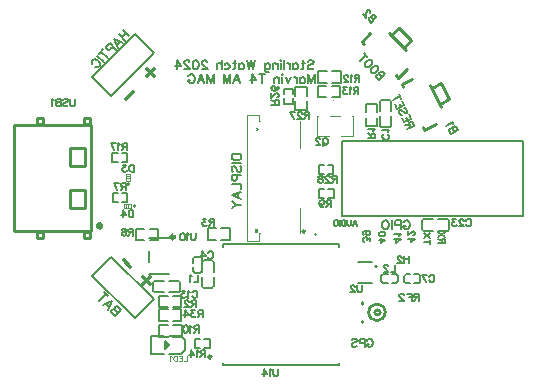
<source format=gbo>
G04 Layer: BottomSilkscreenLayer*
G04 Panelize: , Column: 1, Row: 1, Board Size: 43.14mm x 33.02mm, Panelized Board Size: 43.14mm x 33.02mm*
G04 EasyEDA v6.5.42, 2024-05-16 10:06:30*
G04 7028ff2cb4d24ddea7bcc12f254d0658,9a4ed40c0dd746429eaf55b84663d2fb,10*
G04 Gerber Generator version 0.2*
G04 Scale: 100 percent, Rotated: No, Reflected: No *
G04 Dimensions in millimeters *
G04 leading zeros omitted , absolute positions ,4 integer and 5 decimal *
%FSLAX45Y45*%
%MOMM*%

%ADD10C,0.1270*%
%ADD11C,0.1524*%
%ADD12C,0.3000*%
%ADD13C,0.1000*%
%ADD14C,0.1520*%
%ADD15C,0.0500*%
%ADD16C,0.2540*%
%ADD17C,0.1250*%
%ADD18C,0.0100*%
%ADD19C,0.1500*%
%ADD20C,0.2500*%
%ADD21C,0.0158*%

%LPD*%
D10*
X1209073Y-634337D02*
G01*
X1212253Y-627974D01*
X1218618Y-621609D01*
X1224981Y-618426D01*
X1237708Y-618426D01*
X1244071Y-621609D01*
X1250436Y-627974D01*
X1253616Y-634337D01*
X1256799Y-643882D01*
X1256799Y-659790D01*
X1253616Y-669335D01*
X1250436Y-675700D01*
X1244071Y-682063D01*
X1237708Y-685246D01*
X1224981Y-685246D01*
X1218618Y-682063D01*
X1212253Y-675700D01*
X1209073Y-669335D01*
X1209073Y-659790D01*
X1224981Y-659790D02*
G01*
X1209073Y-659790D01*
X1188072Y-618426D02*
G01*
X1188072Y-685246D01*
X1188072Y-618426D02*
G01*
X1159436Y-618426D01*
X1149891Y-621609D01*
X1146708Y-624791D01*
X1143528Y-631154D01*
X1143528Y-640699D01*
X1146708Y-647064D01*
X1149891Y-650245D01*
X1159436Y-653427D01*
X1188072Y-653427D01*
X1077981Y-627974D02*
G01*
X1084346Y-621609D01*
X1093891Y-618426D01*
X1106617Y-618426D01*
X1116162Y-621609D01*
X1122527Y-627974D01*
X1122527Y-634337D01*
X1119344Y-640699D01*
X1116162Y-643882D01*
X1109799Y-647064D01*
X1090709Y-653427D01*
X1084346Y-656610D01*
X1081163Y-659790D01*
X1077981Y-666155D01*
X1077981Y-675700D01*
X1084346Y-682063D01*
X1093891Y-685246D01*
X1106617Y-685246D01*
X1116162Y-682063D01*
X1122527Y-675700D01*
D11*
X1361099Y1620199D02*
G01*
X1313853Y1572953D01*
X1361099Y1620199D02*
G01*
X1340850Y1640448D01*
X1331851Y1644949D01*
X1327353Y1644949D01*
X1320601Y1642699D01*
X1316103Y1638200D01*
X1313853Y1631449D01*
X1313853Y1626951D01*
X1318351Y1617952D01*
X1338602Y1597703D02*
G01*
X1318351Y1617952D01*
X1309352Y1622450D01*
X1304853Y1622450D01*
X1298102Y1620199D01*
X1291353Y1613451D01*
X1289103Y1606702D01*
X1289103Y1602201D01*
X1293604Y1593202D01*
X1313853Y1572953D01*
X1301254Y1680047D02*
G01*
X1303502Y1673298D01*
X1303502Y1664299D01*
X1301254Y1657548D01*
X1296753Y1648548D01*
X1285504Y1637299D01*
X1276504Y1632800D01*
X1269756Y1630550D01*
X1260756Y1630550D01*
X1254005Y1632800D01*
X1245006Y1641800D01*
X1242755Y1648548D01*
X1242755Y1657548D01*
X1245006Y1664299D01*
X1249507Y1673298D01*
X1260756Y1684548D01*
X1269756Y1689046D01*
X1276504Y1691297D01*
X1285504Y1691297D01*
X1292252Y1689046D01*
X1301254Y1680047D01*
X1250406Y1730895D02*
G01*
X1252656Y1724144D01*
X1252656Y1715145D01*
X1250406Y1708396D01*
X1245905Y1699397D01*
X1234655Y1688147D01*
X1225656Y1683646D01*
X1218907Y1681398D01*
X1209908Y1681398D01*
X1203159Y1683646D01*
X1194158Y1692645D01*
X1191910Y1699397D01*
X1191910Y1708396D01*
X1194158Y1715145D01*
X1198659Y1724144D01*
X1209908Y1735394D01*
X1218907Y1739894D01*
X1225656Y1742145D01*
X1234655Y1742145D01*
X1241407Y1739894D01*
X1250406Y1730895D01*
X1197310Y1783991D02*
G01*
X1150061Y1736745D01*
X1213058Y1768243D02*
G01*
X1181559Y1799742D01*
D10*
X705378Y1728810D02*
G01*
X712650Y1736084D01*
X723559Y1739719D01*
X738106Y1739719D01*
X749015Y1736084D01*
X756287Y1728810D01*
X756287Y1721538D01*
X752650Y1714266D01*
X749015Y1710629D01*
X741740Y1706993D01*
X719924Y1699719D01*
X712650Y1696085D01*
X709015Y1692447D01*
X705378Y1685175D01*
X705378Y1674266D01*
X712650Y1666993D01*
X723559Y1663357D01*
X738106Y1663357D01*
X749015Y1666993D01*
X756287Y1674266D01*
X670468Y1739719D02*
G01*
X670468Y1677903D01*
X666833Y1666993D01*
X659559Y1663357D01*
X652287Y1663357D01*
X681377Y1714266D02*
G01*
X655924Y1714266D01*
X584652Y1714266D02*
G01*
X584652Y1663357D01*
X584652Y1703357D02*
G01*
X591924Y1710629D01*
X599196Y1714266D01*
X610105Y1714266D01*
X617377Y1710629D01*
X624652Y1703357D01*
X628287Y1692447D01*
X628287Y1685175D01*
X624652Y1674266D01*
X617377Y1666993D01*
X610105Y1663357D01*
X599196Y1663357D01*
X591924Y1666993D01*
X584652Y1674266D01*
X560651Y1714266D02*
G01*
X560651Y1663357D01*
X560651Y1692447D02*
G01*
X557014Y1703357D01*
X549742Y1710629D01*
X542470Y1714266D01*
X531561Y1714266D01*
X507560Y1739719D02*
G01*
X507560Y1663357D01*
X483560Y1739719D02*
G01*
X479925Y1736084D01*
X476288Y1739719D01*
X479925Y1743356D01*
X483560Y1739719D01*
X479925Y1714266D02*
G01*
X479925Y1663357D01*
X452288Y1714266D02*
G01*
X452288Y1663357D01*
X452288Y1699719D02*
G01*
X441378Y1710629D01*
X434106Y1714266D01*
X423197Y1714266D01*
X415925Y1710629D01*
X412288Y1699719D01*
X412288Y1663357D01*
X344652Y1714266D02*
G01*
X344652Y1656085D01*
X348288Y1645175D01*
X351924Y1641538D01*
X359196Y1637903D01*
X370105Y1637903D01*
X377377Y1641538D01*
X344652Y1703357D02*
G01*
X351924Y1710629D01*
X359196Y1714266D01*
X370105Y1714266D01*
X377377Y1710629D01*
X384652Y1703357D01*
X388288Y1692447D01*
X388288Y1685175D01*
X384652Y1674266D01*
X377377Y1666993D01*
X370105Y1663357D01*
X359196Y1663357D01*
X351924Y1666993D01*
X344652Y1674266D01*
X264652Y1739719D02*
G01*
X246471Y1663357D01*
X228287Y1739719D02*
G01*
X246471Y1663357D01*
X228287Y1739719D02*
G01*
X210106Y1663357D01*
X191924Y1739719D02*
G01*
X210106Y1663357D01*
X124289Y1714266D02*
G01*
X124289Y1663357D01*
X124289Y1703357D02*
G01*
X131561Y1710629D01*
X138833Y1714266D01*
X149743Y1714266D01*
X157015Y1710629D01*
X164288Y1703357D01*
X167924Y1692447D01*
X167924Y1685175D01*
X164288Y1674266D01*
X157015Y1666993D01*
X149743Y1663357D01*
X138833Y1663357D01*
X131561Y1666993D01*
X124289Y1674266D01*
X89380Y1739719D02*
G01*
X89380Y1677903D01*
X85742Y1666993D01*
X78470Y1663357D01*
X71198Y1663357D01*
X100289Y1714266D02*
G01*
X74833Y1714266D01*
X3561Y1703357D02*
G01*
X10835Y1710629D01*
X18107Y1714266D01*
X29016Y1714266D01*
X36288Y1710629D01*
X43561Y1703357D01*
X47198Y1692447D01*
X47198Y1685175D01*
X43561Y1674266D01*
X36288Y1666993D01*
X29016Y1663357D01*
X18107Y1663357D01*
X10835Y1666993D01*
X3561Y1674266D01*
X-20439Y1739719D02*
G01*
X-20439Y1663357D01*
X-20439Y1699719D02*
G01*
X-31346Y1710629D01*
X-38620Y1714266D01*
X-49529Y1714266D01*
X-56802Y1710629D01*
X-60439Y1699719D01*
X-60439Y1663357D01*
X-144073Y1721538D02*
G01*
X-144073Y1725175D01*
X-147711Y1732447D01*
X-151345Y1736084D01*
X-158620Y1739719D01*
X-173164Y1739719D01*
X-180439Y1736084D01*
X-184073Y1732447D01*
X-187711Y1725175D01*
X-187711Y1717903D01*
X-184073Y1710629D01*
X-176801Y1699719D01*
X-140439Y1663357D01*
X-191345Y1663357D01*
X-237164Y1739719D02*
G01*
X-226255Y1736084D01*
X-218983Y1725175D01*
X-215346Y1706993D01*
X-215346Y1696085D01*
X-218983Y1677903D01*
X-226255Y1666993D01*
X-237164Y1663357D01*
X-244436Y1663357D01*
X-255346Y1666993D01*
X-262620Y1677903D01*
X-266255Y1696085D01*
X-266255Y1706993D01*
X-262620Y1725175D01*
X-255346Y1736084D01*
X-244436Y1739719D01*
X-237164Y1739719D01*
X-293893Y1721538D02*
G01*
X-293893Y1725175D01*
X-297527Y1732447D01*
X-301165Y1736084D01*
X-308437Y1739719D01*
X-322983Y1739719D01*
X-330255Y1736084D01*
X-333893Y1732447D01*
X-337527Y1725175D01*
X-337527Y1717903D01*
X-333893Y1710629D01*
X-326618Y1699719D01*
X-290255Y1663357D01*
X-341165Y1663357D01*
X-401528Y1739719D02*
G01*
X-365165Y1688810D01*
X-419709Y1688810D01*
X-401528Y1739719D02*
G01*
X-401528Y1663357D01*
X766498Y1622422D02*
G01*
X766498Y1546059D01*
X766498Y1622422D02*
G01*
X737407Y1546059D01*
X708317Y1622422D02*
G01*
X737407Y1546059D01*
X708317Y1622422D02*
G01*
X708317Y1546059D01*
X640679Y1596969D02*
G01*
X640679Y1546059D01*
X640679Y1586059D02*
G01*
X647954Y1593331D01*
X655226Y1596969D01*
X666135Y1596969D01*
X673407Y1593331D01*
X680679Y1586059D01*
X684316Y1575150D01*
X684316Y1567878D01*
X680679Y1556969D01*
X673407Y1549696D01*
X666135Y1546059D01*
X655226Y1546059D01*
X647954Y1549696D01*
X640679Y1556969D01*
X616681Y1596969D02*
G01*
X616681Y1546059D01*
X616681Y1575150D02*
G01*
X613044Y1586059D01*
X605772Y1593331D01*
X598498Y1596969D01*
X587588Y1596969D01*
X563590Y1596969D02*
G01*
X541771Y1546059D01*
X519953Y1596969D02*
G01*
X541771Y1546059D01*
X495952Y1622422D02*
G01*
X492318Y1618787D01*
X488680Y1622422D01*
X492318Y1626059D01*
X495952Y1622422D01*
X492318Y1596969D02*
G01*
X492318Y1546059D01*
X464680Y1596969D02*
G01*
X464680Y1546059D01*
X464680Y1582422D02*
G01*
X453770Y1593331D01*
X446498Y1596969D01*
X435589Y1596969D01*
X428317Y1593331D01*
X424680Y1582422D01*
X424680Y1546059D01*
X319227Y1622422D02*
G01*
X319227Y1546059D01*
X344680Y1622422D02*
G01*
X293771Y1622422D01*
X233408Y1622422D02*
G01*
X269770Y1571513D01*
X215226Y1571513D01*
X233408Y1622422D02*
G01*
X233408Y1546059D01*
X106136Y1622422D02*
G01*
X135227Y1546059D01*
X106136Y1622422D02*
G01*
X77045Y1546059D01*
X124317Y1571513D02*
G01*
X87955Y1571513D01*
X53045Y1622422D02*
G01*
X53045Y1546059D01*
X53045Y1622422D02*
G01*
X23954Y1546059D01*
X-5135Y1622422D02*
G01*
X23954Y1546059D01*
X-5135Y1622422D02*
G01*
X-5135Y1546059D01*
X-85135Y1622422D02*
G01*
X-85135Y1546059D01*
X-85135Y1622422D02*
G01*
X-114226Y1546059D01*
X-143316Y1622422D02*
G01*
X-114226Y1546059D01*
X-143316Y1622422D02*
G01*
X-143316Y1546059D01*
X-196408Y1622422D02*
G01*
X-167317Y1546059D01*
X-196408Y1622422D02*
G01*
X-225498Y1546059D01*
X-178226Y1571513D02*
G01*
X-214589Y1571513D01*
X-304045Y1604241D02*
G01*
X-300408Y1611513D01*
X-293136Y1618787D01*
X-285864Y1622422D01*
X-271317Y1622422D01*
X-264045Y1618787D01*
X-256771Y1611513D01*
X-253136Y1604241D01*
X-249499Y1593331D01*
X-249499Y1575150D01*
X-253136Y1564241D01*
X-256771Y1556969D01*
X-264045Y1549696D01*
X-271317Y1546059D01*
X-285864Y1546059D01*
X-293136Y1549696D01*
X-300408Y1556969D01*
X-304045Y1564241D01*
X-304045Y1575150D01*
X-285864Y1575150D02*
G01*
X-304045Y1575150D01*
D11*
X1609732Y1185148D02*
G01*
X1549676Y1155857D01*
X1609732Y1185148D02*
G01*
X1597179Y1210886D01*
X1590136Y1218072D01*
X1585879Y1219537D01*
X1578767Y1219606D01*
X1573047Y1216817D01*
X1568724Y1211168D01*
X1567258Y1206914D01*
X1568582Y1196939D01*
X1581134Y1171201D01*
X1571370Y1191219D02*
G01*
X1530149Y1195895D01*
X1581000Y1244061D02*
G01*
X1520944Y1214770D01*
X1581000Y1244061D02*
G01*
X1562867Y1281239D01*
X1552402Y1230111D02*
G01*
X1541244Y1252989D01*
X1520944Y1214770D02*
G01*
X1502811Y1251945D01*
X1525557Y1335966D02*
G01*
X1534063Y1333035D01*
X1541109Y1325852D01*
X1546689Y1314411D01*
X1548013Y1304437D01*
X1545081Y1295928D01*
X1539364Y1293139D01*
X1532249Y1293207D01*
X1527992Y1294673D01*
X1522343Y1298999D01*
X1508257Y1313367D01*
X1502605Y1317693D01*
X1498353Y1319159D01*
X1491236Y1319227D01*
X1482658Y1315041D01*
X1479727Y1306535D01*
X1481053Y1296560D01*
X1486634Y1285120D01*
X1493674Y1277937D01*
X1502186Y1275006D01*
X1524929Y1359024D02*
G01*
X1464873Y1329733D01*
X1524929Y1359024D02*
G01*
X1506796Y1396202D01*
X1496331Y1345077D02*
G01*
X1485171Y1367955D01*
X1464873Y1329733D02*
G01*
X1446738Y1366911D01*
X1487827Y1435094D02*
G01*
X1427772Y1405806D01*
X1497589Y1415077D02*
G01*
X1478064Y1455112D01*
D10*
X1870443Y190799D02*
G01*
X1813168Y190799D01*
X1870443Y190799D02*
G01*
X1870443Y215346D01*
X1867715Y223527D01*
X1864987Y226253D01*
X1859534Y228980D01*
X1854078Y228980D01*
X1848624Y226253D01*
X1845896Y223527D01*
X1843168Y215346D01*
X1843168Y190799D01*
X1843168Y209890D02*
G01*
X1813168Y228980D01*
X1870443Y246981D02*
G01*
X1813168Y285163D01*
X1870443Y285163D02*
G01*
X1813168Y246981D01*
X1745343Y201190D02*
G01*
X1688068Y201190D01*
X1745343Y182100D02*
G01*
X1745343Y220281D01*
X1745343Y238282D02*
G01*
X1688068Y276463D01*
X1745343Y276463D02*
G01*
X1688068Y238282D01*
X1616341Y225272D02*
G01*
X1578160Y198000D01*
X1578160Y238909D01*
X1616341Y225272D02*
G01*
X1559067Y225272D01*
X1602704Y259636D02*
G01*
X1605432Y259636D01*
X1610885Y262364D01*
X1613613Y265092D01*
X1616341Y270545D01*
X1616341Y281454D01*
X1613613Y286910D01*
X1610885Y289636D01*
X1605432Y292364D01*
X1599976Y292364D01*
X1594523Y289636D01*
X1586341Y284182D01*
X1559067Y256910D01*
X1559067Y295092D01*
X1493039Y223474D02*
G01*
X1454858Y196202D01*
X1454858Y237111D01*
X1493039Y223474D02*
G01*
X1435765Y223474D01*
X1482130Y255112D02*
G01*
X1484858Y260565D01*
X1493039Y268747D01*
X1435765Y268747D01*
X1364340Y219870D02*
G01*
X1326159Y192598D01*
X1326159Y233507D01*
X1364340Y219870D02*
G01*
X1307066Y219870D01*
X1364340Y267870D02*
G01*
X1361612Y259689D01*
X1353431Y254233D01*
X1339794Y251508D01*
X1331612Y251508D01*
X1317975Y254233D01*
X1309794Y259689D01*
X1307066Y267870D01*
X1307066Y273324D01*
X1309794Y281508D01*
X1317975Y286961D01*
X1331612Y289689D01*
X1339794Y289689D01*
X1353431Y286961D01*
X1361612Y281508D01*
X1364340Y273324D01*
X1364340Y267870D01*
X1233540Y208854D02*
G01*
X1233540Y238853D01*
X1211722Y222491D01*
X1211722Y230672D01*
X1208994Y236128D01*
X1206266Y238853D01*
X1198084Y241581D01*
X1192631Y241581D01*
X1184450Y238853D01*
X1178994Y233400D01*
X1176266Y225219D01*
X1176266Y217037D01*
X1178994Y208854D01*
X1181722Y206128D01*
X1187175Y203400D01*
X1214450Y295036D02*
G01*
X1206266Y292310D01*
X1200812Y286854D01*
X1198084Y278673D01*
X1198084Y275945D01*
X1200812Y267764D01*
X1206266Y262310D01*
X1214450Y259582D01*
X1217175Y259582D01*
X1225359Y262310D01*
X1230812Y267764D01*
X1233540Y275945D01*
X1233540Y278673D01*
X1230812Y286854D01*
X1225359Y292310D01*
X1214450Y295036D01*
X1200812Y295036D01*
X1187175Y292310D01*
X1178994Y286854D01*
X1176266Y278673D01*
X1176266Y273217D01*
X1178994Y265036D01*
X1184450Y262310D01*
D12*
X-686389Y-155605D02*
G01*
X-628535Y-97751D01*
X-686389Y-97751D02*
G01*
X-628535Y-155605D01*
X-851595Y49077D02*
G01*
X-793742Y-8775D01*
X-592294Y1604403D02*
G01*
X-650148Y1662264D01*
X-650148Y1604403D02*
G01*
X-592294Y1662264D01*
X-829995Y1416400D02*
G01*
X-772142Y1474251D01*
D11*
X1517449Y367644D02*
G01*
X1521086Y374916D01*
X1528358Y382191D01*
X1535633Y385826D01*
X1550177Y385826D01*
X1557449Y382191D01*
X1564723Y374916D01*
X1568358Y367644D01*
X1571995Y356735D01*
X1571995Y338554D01*
X1568358Y327644D01*
X1564723Y320372D01*
X1557449Y313100D01*
X1550177Y309463D01*
X1535633Y309463D01*
X1528358Y313100D01*
X1521086Y320372D01*
X1517449Y327644D01*
X1517449Y338554D01*
X1535633Y338554D02*
G01*
X1517449Y338554D01*
X1493451Y385826D02*
G01*
X1493451Y309463D01*
X1493451Y385826D02*
G01*
X1460723Y385826D01*
X1449814Y382191D01*
X1446176Y378553D01*
X1442542Y371281D01*
X1442542Y360372D01*
X1446176Y353100D01*
X1449814Y349463D01*
X1460723Y345826D01*
X1493451Y345826D01*
X1418541Y385826D02*
G01*
X1418541Y309463D01*
X1372722Y385826D02*
G01*
X1379997Y382191D01*
X1387269Y374916D01*
X1390906Y367644D01*
X1394541Y356735D01*
X1394541Y338554D01*
X1390906Y327644D01*
X1387269Y320372D01*
X1379997Y313100D01*
X1372722Y309463D01*
X1358178Y309463D01*
X1350906Y313100D01*
X1343632Y320372D01*
X1339997Y327644D01*
X1336360Y338554D01*
X1336360Y356735D01*
X1339997Y367644D01*
X1343632Y374916D01*
X1350906Y382191D01*
X1358178Y385826D01*
X1372722Y385826D01*
D10*
X1566052Y83182D02*
G01*
X1566052Y22570D01*
X1525643Y83182D02*
G01*
X1525643Y22570D01*
X1566052Y54320D02*
G01*
X1525643Y54320D01*
X1503707Y68750D02*
G01*
X1503707Y71638D01*
X1500819Y77411D01*
X1497934Y80297D01*
X1492161Y83182D01*
X1480616Y83182D01*
X1474843Y80297D01*
X1471957Y77411D01*
X1469069Y71638D01*
X1469069Y65864D01*
X1471957Y60091D01*
X1477728Y51432D01*
X1506593Y22570D01*
X1466184Y22570D01*
D11*
X-874727Y-370761D02*
G01*
X-928723Y-424756D01*
X-874727Y-370761D02*
G01*
X-897867Y-347619D01*
X-908154Y-342475D01*
X-913295Y-342475D01*
X-921009Y-345046D01*
X-926152Y-350189D01*
X-928723Y-357903D01*
X-928723Y-363047D01*
X-923582Y-373331D01*
X-900440Y-396473D02*
G01*
X-923582Y-373331D01*
X-933866Y-368188D01*
X-939007Y-368188D01*
X-946721Y-370761D01*
X-954435Y-378472D01*
X-957008Y-386186D01*
X-957008Y-391330D01*
X-951865Y-401614D01*
X-928723Y-424756D01*
X-948265Y-297220D02*
G01*
X-981692Y-371787D01*
X-948265Y-297220D02*
G01*
X-1022832Y-330647D01*
X-971407Y-346075D02*
G01*
X-997120Y-320362D01*
X-1003805Y-241680D02*
G01*
X-1057803Y-295678D01*
X-985807Y-259679D02*
G01*
X-1021803Y-223682D01*
D10*
X-1264079Y1412072D02*
G01*
X-1264079Y1368778D01*
X-1266964Y1360119D01*
X-1272738Y1354345D01*
X-1281396Y1351460D01*
X-1287170Y1351460D01*
X-1295829Y1354345D01*
X-1301602Y1360119D01*
X-1304488Y1368778D01*
X-1304488Y1412072D01*
X-1363946Y1403413D02*
G01*
X-1358173Y1409186D01*
X-1349514Y1412072D01*
X-1337970Y1412072D01*
X-1329311Y1409186D01*
X-1323538Y1403413D01*
X-1323538Y1397640D01*
X-1326423Y1391869D01*
X-1329311Y1388981D01*
X-1335084Y1386095D01*
X-1352402Y1380322D01*
X-1358173Y1377436D01*
X-1361061Y1374551D01*
X-1363946Y1368778D01*
X-1363946Y1360119D01*
X-1358173Y1354345D01*
X-1349514Y1351460D01*
X-1337970Y1351460D01*
X-1329311Y1354345D01*
X-1323538Y1360119D01*
X-1382996Y1412072D02*
G01*
X-1382996Y1351460D01*
X-1382996Y1412072D02*
G01*
X-1408973Y1412072D01*
X-1417634Y1409186D01*
X-1420520Y1406301D01*
X-1423405Y1400528D01*
X-1423405Y1394754D01*
X-1420520Y1388981D01*
X-1417634Y1386095D01*
X-1408973Y1383210D01*
X-1382996Y1383210D02*
G01*
X-1408973Y1383210D01*
X-1417634Y1380322D01*
X-1420520Y1377436D01*
X-1423405Y1371663D01*
X-1423405Y1363004D01*
X-1420520Y1357231D01*
X-1417634Y1354345D01*
X-1408973Y1351460D01*
X-1382996Y1351460D01*
X-1442455Y1400528D02*
G01*
X-1448229Y1403413D01*
X-1456888Y1412072D01*
X-1456888Y1351460D01*
D11*
X1105616Y388553D02*
G01*
X1123797Y340827D01*
X1105616Y388553D02*
G01*
X1087434Y340827D01*
X1116980Y356735D02*
G01*
X1094252Y356735D01*
X1072433Y388553D02*
G01*
X1072433Y354462D01*
X1070160Y347644D01*
X1065616Y343098D01*
X1058799Y340827D01*
X1054252Y340827D01*
X1047435Y343098D01*
X1042888Y347644D01*
X1040615Y354462D01*
X1040615Y388553D01*
X1025616Y388553D02*
G01*
X1025616Y340827D01*
X1025616Y388553D02*
G01*
X1009705Y388553D01*
X1002888Y386280D01*
X998344Y381736D01*
X996071Y377189D01*
X993797Y370372D01*
X993797Y359008D01*
X996071Y352191D01*
X998344Y347644D01*
X1002888Y343098D01*
X1009705Y340827D01*
X1025616Y340827D01*
X978799Y388553D02*
G01*
X978799Y340827D01*
X950160Y388553D02*
G01*
X954707Y386280D01*
X959251Y381736D01*
X961524Y377189D01*
X963797Y370372D01*
X963797Y359008D01*
X961524Y352191D01*
X959251Y347644D01*
X954707Y343098D01*
X950160Y340827D01*
X941070Y340827D01*
X936525Y343098D01*
X931979Y347644D01*
X929706Y352191D01*
X927435Y359008D01*
X927435Y370372D01*
X929706Y377189D01*
X931979Y381736D01*
X936525Y386280D01*
X941070Y388553D01*
X950160Y388553D01*
X-858680Y1995678D02*
G01*
X-804684Y1941682D01*
X-894679Y1959681D02*
G01*
X-840681Y1905683D01*
X-832967Y1969965D02*
G01*
X-868967Y1933968D01*
X-932220Y1922139D02*
G01*
X-857653Y1888713D01*
X-932220Y1922139D02*
G01*
X-898794Y1847573D01*
X-883366Y1898997D02*
G01*
X-909078Y1873285D01*
X-969761Y1884598D02*
G01*
X-915763Y1830603D01*
X-969761Y1884598D02*
G01*
X-992903Y1861456D01*
X-998044Y1851172D01*
X-998044Y1846028D01*
X-995474Y1838317D01*
X-987760Y1830603D01*
X-980046Y1828030D01*
X-974902Y1828030D01*
X-964618Y1833173D01*
X-941476Y1856315D01*
X-1040729Y1813631D02*
G01*
X-986731Y1759635D01*
X-1022731Y1831629D02*
G01*
X-1058727Y1795632D01*
X-1075697Y1778662D02*
G01*
X-1021702Y1724665D01*
X-1118382Y1710265D02*
G01*
X-1120952Y1717979D01*
X-1120952Y1728264D01*
X-1118382Y1735978D01*
X-1108097Y1746262D01*
X-1100383Y1748835D01*
X-1090096Y1748835D01*
X-1082382Y1746262D01*
X-1072098Y1741121D01*
X-1059240Y1728264D01*
X-1054100Y1717979D01*
X-1051526Y1710265D01*
X-1051526Y1699981D01*
X-1054100Y1692267D01*
X-1064384Y1681980D01*
X-1072098Y1679409D01*
X-1082382Y1679409D01*
X-1090096Y1681980D01*
D10*
X-237289Y-292011D02*
G01*
X-237289Y-352623D01*
X-237289Y-292011D02*
G01*
X-263265Y-292011D01*
X-271924Y-294896D01*
X-274812Y-297781D01*
X-277698Y-303555D01*
X-277698Y-309328D01*
X-274812Y-315102D01*
X-271924Y-317987D01*
X-263265Y-320873D01*
X-237289Y-320873D01*
X-257495Y-320873D02*
G01*
X-277698Y-352623D01*
X-299633Y-306443D02*
G01*
X-299633Y-303555D01*
X-302521Y-297781D01*
X-305407Y-294896D01*
X-311180Y-292011D01*
X-322724Y-292011D01*
X-328498Y-294896D01*
X-331383Y-297781D01*
X-334271Y-303555D01*
X-334271Y-309328D01*
X-331383Y-315102D01*
X-325612Y-323761D01*
X-296748Y-352623D01*
X-337157Y-352623D01*
X-182999Y-376001D02*
G01*
X-182999Y-436613D01*
X-182999Y-376001D02*
G01*
X-208975Y-376001D01*
X-217634Y-378886D01*
X-220522Y-381772D01*
X-223408Y-387545D01*
X-223408Y-393319D01*
X-220522Y-399092D01*
X-217634Y-401977D01*
X-208975Y-404863D01*
X-182999Y-404863D01*
X-203205Y-404863D02*
G01*
X-223408Y-436613D01*
X-248231Y-376001D02*
G01*
X-279981Y-376001D01*
X-262663Y-399092D01*
X-271322Y-399092D01*
X-277093Y-401977D01*
X-279981Y-404863D01*
X-282867Y-413522D01*
X-282867Y-419295D01*
X-279981Y-427954D01*
X-274208Y-433727D01*
X-265549Y-436613D01*
X-256890Y-436613D01*
X-248231Y-433727D01*
X-245343Y-430842D01*
X-242458Y-425069D01*
X-330781Y-376001D02*
G01*
X-301917Y-416410D01*
X-345213Y-416410D01*
X-330781Y-376001D02*
G01*
X-330781Y-436613D01*
X861235Y1084254D02*
G01*
X866960Y1081389D01*
X872688Y1075662D01*
X875553Y1069936D01*
X878415Y1061344D01*
X878415Y1047026D01*
X875553Y1038435D01*
X872688Y1032708D01*
X866960Y1026980D01*
X861235Y1024117D01*
X849779Y1024117D01*
X844052Y1026980D01*
X838324Y1032708D01*
X835461Y1038435D01*
X832596Y1047026D01*
X832596Y1061344D01*
X835461Y1069936D01*
X838324Y1075662D01*
X844052Y1081389D01*
X849779Y1084254D01*
X861235Y1084254D01*
X852642Y1035573D02*
G01*
X835461Y1018390D01*
X810834Y1069936D02*
G01*
X810834Y1072799D01*
X807971Y1078527D01*
X805106Y1081389D01*
X799378Y1084254D01*
X787925Y1084254D01*
X782198Y1081389D01*
X779332Y1078527D01*
X776470Y1072799D01*
X776470Y1067071D01*
X779332Y1061344D01*
X785060Y1052753D01*
X813696Y1024117D01*
X773607Y1024117D01*
X903759Y556011D02*
G01*
X903759Y495399D01*
X903759Y556011D02*
G01*
X877783Y556011D01*
X869124Y553125D01*
X866236Y550240D01*
X863351Y544466D01*
X863351Y538693D01*
X866236Y532919D01*
X869124Y530034D01*
X877783Y527149D01*
X903759Y527149D01*
X883554Y527149D02*
G01*
X863351Y495399D01*
X806777Y535807D02*
G01*
X809665Y527149D01*
X815436Y521375D01*
X824095Y518490D01*
X826983Y518490D01*
X835642Y521375D01*
X841415Y527149D01*
X844301Y535807D01*
X844301Y538693D01*
X841415Y547352D01*
X835642Y553125D01*
X826983Y556011D01*
X824095Y556011D01*
X815436Y553125D01*
X809665Y547352D01*
X806777Y535807D01*
X806777Y521375D01*
X809665Y506943D01*
X815436Y498284D01*
X824095Y495399D01*
X829868Y495399D01*
X838527Y498284D01*
X841415Y504057D01*
X460110Y1365214D02*
G01*
X399498Y1365214D01*
X460110Y1365214D02*
G01*
X460110Y1391191D01*
X457225Y1399849D01*
X454339Y1402737D01*
X448566Y1405623D01*
X442793Y1405623D01*
X437019Y1402737D01*
X434134Y1399849D01*
X431248Y1391191D01*
X431248Y1365214D01*
X431248Y1385420D02*
G01*
X399498Y1405623D01*
X445678Y1427558D02*
G01*
X448566Y1427558D01*
X454339Y1430446D01*
X457225Y1433332D01*
X460110Y1439105D01*
X460110Y1450649D01*
X457225Y1456423D01*
X454339Y1459308D01*
X448566Y1462196D01*
X442793Y1462196D01*
X437019Y1459308D01*
X428360Y1453537D01*
X399498Y1424673D01*
X399498Y1465082D01*
X451451Y1518770D02*
G01*
X457225Y1515882D01*
X460110Y1507223D01*
X460110Y1501449D01*
X457225Y1492791D01*
X448566Y1487020D01*
X434134Y1484132D01*
X419701Y1484132D01*
X408157Y1487020D01*
X402384Y1492791D01*
X399498Y1501449D01*
X399498Y1504337D01*
X402384Y1512996D01*
X408157Y1518770D01*
X416816Y1521655D01*
X419701Y1521655D01*
X428360Y1518770D01*
X434134Y1512996D01*
X437019Y1504337D01*
X437019Y1501449D01*
X434134Y1492791D01*
X428360Y1487020D01*
X419701Y1484132D01*
X954298Y763676D02*
G01*
X954298Y703064D01*
X954298Y763676D02*
G01*
X928321Y763676D01*
X919662Y760790D01*
X916774Y757905D01*
X913889Y752132D01*
X913889Y746358D01*
X916774Y740585D01*
X919662Y737699D01*
X928321Y734814D01*
X954298Y734814D01*
X934092Y734814D02*
G01*
X913889Y703064D01*
X891954Y749244D02*
G01*
X891954Y752132D01*
X889066Y757905D01*
X886180Y760790D01*
X880407Y763676D01*
X868862Y763676D01*
X863089Y760790D01*
X860204Y757905D01*
X857316Y752132D01*
X857316Y746358D01*
X860204Y740585D01*
X865974Y731926D01*
X894839Y703064D01*
X854430Y703064D01*
X820948Y763676D02*
G01*
X829607Y760790D01*
X832492Y755017D01*
X832492Y749244D01*
X829607Y743473D01*
X823833Y740585D01*
X812289Y737699D01*
X803630Y734814D01*
X797857Y729040D01*
X794971Y723267D01*
X794971Y714608D01*
X797857Y708835D01*
X800742Y705949D01*
X809404Y703064D01*
X820948Y703064D01*
X829607Y705949D01*
X832492Y708835D01*
X835380Y714608D01*
X835380Y723267D01*
X832492Y729040D01*
X826721Y734814D01*
X818062Y737699D01*
X806516Y740585D01*
X800742Y743473D01*
X797857Y749244D01*
X797857Y755017D01*
X800742Y760790D01*
X809404Y763676D01*
X820948Y763676D01*
X-764791Y856300D02*
G01*
X-764791Y796163D01*
X-764791Y856300D02*
G01*
X-784837Y856300D01*
X-793427Y853434D01*
X-799155Y847707D01*
X-802017Y841982D01*
X-804882Y833389D01*
X-804882Y819071D01*
X-802017Y810480D01*
X-799155Y804753D01*
X-793427Y799026D01*
X-784837Y796163D01*
X-764791Y796163D01*
X-829510Y856300D02*
G01*
X-861009Y856300D01*
X-843828Y833389D01*
X-852418Y833389D01*
X-858146Y830526D01*
X-861009Y827661D01*
X-863874Y819071D01*
X-863874Y813343D01*
X-861009Y804753D01*
X-855281Y799026D01*
X-846691Y796163D01*
X-838100Y796163D01*
X-829510Y799026D01*
X-826645Y801890D01*
X-823782Y807618D01*
X-769312Y473445D02*
G01*
X-769312Y413308D01*
X-769312Y473445D02*
G01*
X-789358Y473445D01*
X-797948Y470580D01*
X-803676Y464853D01*
X-806538Y459127D01*
X-809404Y450535D01*
X-809404Y436217D01*
X-806538Y427626D01*
X-803676Y421899D01*
X-797948Y416172D01*
X-789358Y413308D01*
X-769312Y413308D01*
X-856940Y473445D02*
G01*
X-828304Y433354D01*
X-871258Y433354D01*
X-856940Y473445D02*
G01*
X-856940Y413308D01*
D13*
X-311099Y-760442D02*
G01*
X-311099Y-808169D01*
X-311099Y-808169D02*
G01*
X-338371Y-808169D01*
X-353372Y-760442D02*
G01*
X-353372Y-808169D01*
X-353372Y-760442D02*
G01*
X-382917Y-760442D01*
X-353372Y-783170D02*
G01*
X-371553Y-783170D01*
X-353372Y-808169D02*
G01*
X-382917Y-808169D01*
X-397916Y-760442D02*
G01*
X-397916Y-808169D01*
X-397916Y-760442D02*
G01*
X-413826Y-760442D01*
X-420644Y-762716D01*
X-425190Y-767260D01*
X-427461Y-771806D01*
X-429734Y-778624D01*
X-429734Y-789988D01*
X-427461Y-796805D01*
X-425190Y-801352D01*
X-420644Y-805898D01*
X-413826Y-808169D01*
X-397916Y-808169D01*
X-444736Y-769533D02*
G01*
X-449280Y-767260D01*
X-456097Y-760442D01*
X-456097Y-808169D01*
D10*
X-240362Y274921D02*
G01*
X-240362Y231487D01*
X-243156Y222851D01*
X-248998Y217263D01*
X-257634Y214215D01*
X-263476Y214215D01*
X-272112Y217263D01*
X-277700Y222851D01*
X-280748Y231487D01*
X-280748Y274921D01*
X-299798Y263237D02*
G01*
X-305640Y266285D01*
X-314276Y274921D01*
X-314276Y214215D01*
X-350598Y274921D02*
G01*
X-341962Y272127D01*
X-336120Y263237D01*
X-333326Y249013D01*
X-333326Y240377D01*
X-336120Y225899D01*
X-341962Y217263D01*
X-350598Y214215D01*
X-356440Y214215D01*
X-365076Y217263D01*
X-370664Y225899D01*
X-373712Y240377D01*
X-373712Y249013D01*
X-370664Y263237D01*
X-365076Y272127D01*
X-356440Y274921D01*
X-350598Y274921D01*
X-834735Y700145D02*
G01*
X-834735Y639533D01*
X-834735Y700145D02*
G01*
X-860712Y700145D01*
X-869370Y697260D01*
X-872258Y694375D01*
X-875144Y688601D01*
X-875144Y682828D01*
X-872258Y677054D01*
X-869370Y674169D01*
X-860712Y671283D01*
X-834735Y671283D01*
X-854941Y671283D02*
G01*
X-875144Y639533D01*
X-934603Y700145D02*
G01*
X-905741Y639533D01*
X-894194Y700145D02*
G01*
X-934603Y700145D01*
X-825649Y1037269D02*
G01*
X-825649Y976657D01*
X-825649Y1037269D02*
G01*
X-851626Y1037269D01*
X-860285Y1034384D01*
X-863173Y1031499D01*
X-866058Y1025725D01*
X-866058Y1019952D01*
X-863173Y1014178D01*
X-860285Y1011293D01*
X-851626Y1008407D01*
X-825649Y1008407D01*
X-845855Y1008407D02*
G01*
X-866058Y976657D01*
X-885108Y1025725D02*
G01*
X-890882Y1028611D01*
X-899540Y1037269D01*
X-899540Y976657D01*
X-958999Y1037269D02*
G01*
X-930135Y976657D01*
X-918590Y1037269D02*
G01*
X-958999Y1037269D01*
D14*
X65402Y944059D02*
G01*
X141765Y944059D01*
X65402Y944059D02*
G01*
X65402Y918606D01*
X69037Y907696D01*
X76311Y900422D01*
X83583Y896787D01*
X94493Y893150D01*
X112674Y893150D01*
X123583Y896787D01*
X130855Y900422D01*
X138127Y907696D01*
X141765Y918606D01*
X141765Y944059D01*
X65402Y869149D02*
G01*
X141765Y869149D01*
X76311Y794242D02*
G01*
X69037Y801514D01*
X65402Y812424D01*
X65402Y826968D01*
X69037Y837877D01*
X76311Y845149D01*
X83583Y845149D01*
X90855Y841514D01*
X94493Y837877D01*
X98128Y830605D01*
X105402Y808786D01*
X109037Y801514D01*
X112674Y797877D01*
X119946Y794242D01*
X130855Y794242D01*
X138127Y801514D01*
X141765Y812424D01*
X141765Y826968D01*
X138127Y837877D01*
X130855Y845149D01*
X65402Y770242D02*
G01*
X141765Y770242D01*
X65402Y770242D02*
G01*
X65402Y737514D01*
X69037Y726605D01*
X72674Y722970D01*
X79946Y719333D01*
X90855Y719333D01*
X98128Y722970D01*
X101765Y726605D01*
X105402Y737514D01*
X105402Y770242D01*
X65402Y695332D02*
G01*
X141765Y695332D01*
X141765Y695332D02*
G01*
X141765Y651695D01*
X65402Y598606D02*
G01*
X141765Y627697D01*
X65402Y598606D02*
G01*
X141765Y569513D01*
X116311Y616788D02*
G01*
X116311Y580423D01*
X65402Y545515D02*
G01*
X101765Y516425D01*
X141765Y516425D01*
X65402Y487332D02*
G01*
X101765Y516425D01*
D13*
X277101Y283809D02*
G01*
X258051Y296509D01*
X277101Y296509D02*
G01*
X258051Y283809D01*
X277101Y302605D02*
G01*
X258051Y315305D01*
X277101Y315305D02*
G01*
X258051Y302605D01*
D15*
X287007Y1161115D02*
G01*
X267957Y1153749D01*
X287007Y1161115D02*
G01*
X267957Y1168481D01*
X274307Y1156543D02*
G01*
X274307Y1165687D01*
D10*
X457456Y-872916D02*
G01*
X457459Y-916211D01*
X454571Y-924869D01*
X448797Y-930643D01*
X440138Y-933531D01*
X434365Y-933528D01*
X425706Y-930643D01*
X419933Y-924869D01*
X417047Y-916211D01*
X417047Y-872916D01*
X397997Y-884461D02*
G01*
X392224Y-881573D01*
X383565Y-872916D01*
X383565Y-933528D01*
X335650Y-872916D02*
G01*
X364515Y-913325D01*
X321221Y-913325D01*
X335650Y-872916D02*
G01*
X335650Y-933528D01*
X1652524Y-235412D02*
G01*
X1652524Y-302232D01*
X1652524Y-235412D02*
G01*
X1623888Y-235412D01*
X1614342Y-238594D01*
X1611160Y-241777D01*
X1607977Y-248140D01*
X1607977Y-254505D01*
X1611160Y-260868D01*
X1614342Y-264050D01*
X1623888Y-267230D01*
X1652524Y-267230D01*
X1630250Y-267230D02*
G01*
X1607977Y-302232D01*
X1586979Y-235412D02*
G01*
X1586979Y-302232D01*
X1586979Y-235412D02*
G01*
X1545615Y-235412D01*
X1586979Y-267230D02*
G01*
X1561523Y-267230D01*
X1521434Y-251322D02*
G01*
X1521434Y-248140D01*
X1518251Y-241777D01*
X1515069Y-238594D01*
X1508706Y-235412D01*
X1495978Y-235412D01*
X1489616Y-238594D01*
X1486433Y-241777D01*
X1483250Y-248140D01*
X1483250Y-254505D01*
X1486433Y-260868D01*
X1492796Y-270413D01*
X1524614Y-302232D01*
X1480070Y-302232D01*
X1166855Y-165788D02*
G01*
X1166855Y-208744D01*
X1163993Y-217335D01*
X1158265Y-223062D01*
X1149675Y-225925D01*
X1143947Y-225925D01*
X1135354Y-223062D01*
X1129629Y-217335D01*
X1126764Y-208744D01*
X1126764Y-165788D01*
X1105001Y-180106D02*
G01*
X1105001Y-177243D01*
X1102136Y-171516D01*
X1099273Y-168653D01*
X1093546Y-165788D01*
X1082093Y-165788D01*
X1076365Y-168653D01*
X1073500Y-171516D01*
X1070637Y-177243D01*
X1070637Y-182971D01*
X1073500Y-188699D01*
X1079228Y-197289D01*
X1107864Y-225925D01*
X1067772Y-225925D01*
X1443667Y9773D02*
G01*
X1443667Y-50363D01*
X1443667Y-50363D02*
G01*
X1409303Y-50363D01*
X1387541Y-4544D02*
G01*
X1387541Y-1681D01*
X1384675Y4046D01*
X1381813Y6908D01*
X1376085Y9773D01*
X1364630Y9773D01*
X1358905Y6908D01*
X1356039Y4046D01*
X1353177Y-1681D01*
X1353177Y-7409D01*
X1356039Y-13136D01*
X1361767Y-21727D01*
X1390403Y-50363D01*
X1350312Y-50363D01*
X1143767Y1616905D02*
G01*
X1143767Y1556293D01*
X1143767Y1616905D02*
G01*
X1117790Y1616905D01*
X1109131Y1614020D01*
X1106243Y1611132D01*
X1103358Y1605361D01*
X1103358Y1599587D01*
X1106243Y1593814D01*
X1109131Y1590929D01*
X1117790Y1588043D01*
X1143767Y1588043D01*
X1123561Y1588043D02*
G01*
X1103358Y1556293D01*
X1084308Y1605361D02*
G01*
X1078534Y1608246D01*
X1069875Y1616905D01*
X1069875Y1556293D01*
X1047940Y1602473D02*
G01*
X1047940Y1605361D01*
X1045052Y1611132D01*
X1042167Y1614020D01*
X1036393Y1616905D01*
X1024849Y1616905D01*
X1019075Y1614020D01*
X1016190Y1611132D01*
X1013302Y1605361D01*
X1013302Y1599587D01*
X1016190Y1593814D01*
X1021963Y1585155D01*
X1050825Y1556293D01*
X1010417Y1556293D01*
X2047999Y382371D02*
G01*
X2050884Y388145D01*
X2056658Y393918D01*
X2062429Y396803D01*
X2073976Y396803D01*
X2079749Y393918D01*
X2085520Y388145D01*
X2088408Y382371D01*
X2091293Y373712D01*
X2091293Y359282D01*
X2088408Y350621D01*
X2085520Y344850D01*
X2079749Y339077D01*
X2073976Y336191D01*
X2062429Y336191D01*
X2056658Y339077D01*
X2050884Y344850D01*
X2047999Y350621D01*
X2026061Y382371D02*
G01*
X2026061Y385259D01*
X2023176Y391032D01*
X2020288Y393918D01*
X2014517Y396803D01*
X2002970Y396803D01*
X1997199Y393918D01*
X1994311Y391032D01*
X1991426Y385259D01*
X1991426Y379486D01*
X1994311Y373712D01*
X2000084Y365053D01*
X2028949Y336191D01*
X1988538Y336191D01*
X1963717Y396803D02*
G01*
X1931967Y396803D01*
X1949284Y373712D01*
X1940626Y373712D01*
X1934852Y370827D01*
X1931967Y367941D01*
X1929079Y359282D01*
X1929079Y353509D01*
X1931967Y344850D01*
X1937738Y339077D01*
X1946399Y336191D01*
X1955058Y336191D01*
X1963717Y339077D01*
X1966602Y341962D01*
X1969488Y347736D01*
X-139306Y107551D02*
G01*
X-136420Y113324D01*
X-130647Y119098D01*
X-124876Y121983D01*
X-113329Y121983D01*
X-107556Y119098D01*
X-101785Y113324D01*
X-98897Y107551D01*
X-96011Y98892D01*
X-96011Y84462D01*
X-98897Y75801D01*
X-101785Y70030D01*
X-107556Y64256D01*
X-113329Y61371D01*
X-124876Y61371D01*
X-130647Y64256D01*
X-136420Y70030D01*
X-139306Y75801D01*
X-187220Y121983D02*
G01*
X-158356Y81574D01*
X-201653Y81574D01*
X-187220Y121983D02*
G01*
X-187220Y61371D01*
X1736483Y-91051D02*
G01*
X1739369Y-85277D01*
X1745142Y-79504D01*
X1750913Y-76619D01*
X1762460Y-76619D01*
X1768233Y-79504D01*
X1774004Y-85277D01*
X1776892Y-91051D01*
X1779777Y-99710D01*
X1779777Y-114139D01*
X1776892Y-122801D01*
X1774004Y-128572D01*
X1768233Y-134345D01*
X1762460Y-137231D01*
X1750913Y-137231D01*
X1745142Y-134345D01*
X1739369Y-128572D01*
X1736483Y-122801D01*
X1677022Y-76619D02*
G01*
X1705886Y-137231D01*
X1717433Y-76619D02*
G01*
X1677022Y-76619D01*
X-270395Y-224848D02*
G01*
X-267507Y-219075D01*
X-261736Y-213301D01*
X-255963Y-210418D01*
X-244419Y-210418D01*
X-238643Y-213304D01*
X-232872Y-219077D01*
X-229984Y-224850D01*
X-227098Y-233509D01*
X-227098Y-247939D01*
X-229984Y-256600D01*
X-232872Y-262371D01*
X-238643Y-268145D01*
X-244416Y-271028D01*
X-255965Y-271028D01*
X-261734Y-268145D01*
X-267507Y-262371D01*
X-270395Y-256600D01*
X-289443Y-221960D02*
G01*
X-295216Y-219077D01*
X-303875Y-210418D01*
X-303875Y-271028D01*
X-328698Y-210418D02*
G01*
X-360451Y-210418D01*
X-343133Y-233507D01*
X-351790Y-233507D01*
X-357563Y-236395D01*
X-360448Y-239278D01*
X-363334Y-247937D01*
X-363336Y-253712D01*
X-360451Y-262371D01*
X-354675Y-268145D01*
X-346016Y-271030D01*
X-337357Y-271028D01*
X-328698Y-268142D01*
X-325815Y-265259D01*
X-322925Y-259483D01*
X-160512Y-715627D02*
G01*
X-160512Y-776239D01*
X-160512Y-715627D02*
G01*
X-186489Y-715627D01*
X-195148Y-718512D01*
X-198036Y-721398D01*
X-200921Y-727171D01*
X-200921Y-732944D01*
X-198036Y-738718D01*
X-195148Y-741603D01*
X-186489Y-744489D01*
X-160512Y-744489D01*
X-180718Y-744489D02*
G01*
X-200921Y-776239D01*
X-219971Y-727171D02*
G01*
X-225745Y-724286D01*
X-234403Y-715627D01*
X-234403Y-776239D01*
X-282318Y-715627D02*
G01*
X-253453Y-756036D01*
X-296748Y-756036D01*
X-282318Y-715627D02*
G01*
X-282318Y-776239D01*
X-219900Y-76301D02*
G01*
X-219900Y-136913D01*
X-219900Y-136913D02*
G01*
X-254535Y-136913D01*
X-273585Y-87845D02*
G01*
X-279359Y-84960D01*
X-288018Y-76301D01*
X-288018Y-136913D01*
X-85854Y397583D02*
G01*
X-85852Y336971D01*
X-85854Y397583D02*
G01*
X-111828Y397586D01*
X-120489Y394698D01*
X-123375Y391812D01*
X-126263Y386039D01*
X-126260Y380265D01*
X-123375Y374492D01*
X-120487Y371607D01*
X-111828Y368721D01*
X-85852Y368721D01*
X-106057Y368721D02*
G01*
X-126260Y336969D01*
X-151084Y397586D02*
G01*
X-182834Y397586D01*
X-165516Y374495D01*
X-174175Y374492D01*
X-179946Y371607D01*
X-182834Y368719D01*
X-185719Y360062D01*
X-185719Y354289D01*
X-182834Y345627D01*
X-177060Y339857D01*
X-168402Y336971D01*
X-159743Y336969D01*
X-151084Y339857D01*
X-148198Y342742D01*
X-145310Y348515D01*
X719719Y1302113D02*
G01*
X719719Y1241501D01*
X719719Y1302113D02*
G01*
X693742Y1302113D01*
X685083Y1299227D01*
X682195Y1296339D01*
X679310Y1290568D01*
X679310Y1284795D01*
X682195Y1279022D01*
X685083Y1276136D01*
X693742Y1273251D01*
X719719Y1273251D01*
X699513Y1273251D02*
G01*
X679310Y1241501D01*
X657374Y1287680D02*
G01*
X657374Y1290568D01*
X654486Y1296339D01*
X651601Y1299227D01*
X645828Y1302113D01*
X634283Y1302113D01*
X628510Y1299227D01*
X625624Y1296339D01*
X622736Y1290568D01*
X622736Y1284795D01*
X625624Y1279022D01*
X631395Y1270363D01*
X660260Y1241501D01*
X619851Y1241501D01*
X560392Y1302113D02*
G01*
X589254Y1241501D01*
X600801Y1302113D02*
G01*
X560392Y1302113D01*
X1288475Y2102434D02*
G01*
X1245615Y2059576D01*
X1288475Y2102434D02*
G01*
X1270106Y2120803D01*
X1261943Y2124885D01*
X1257858Y2124885D01*
X1251737Y2122843D01*
X1247655Y2118761D01*
X1245615Y2112639D01*
X1245615Y2108558D01*
X1249697Y2100394D01*
X1268064Y2082025D02*
G01*
X1249697Y2100394D01*
X1241534Y2104476D01*
X1237452Y2104476D01*
X1231328Y2102434D01*
X1225204Y2096312D01*
X1223164Y2090188D01*
X1223164Y2086107D01*
X1227246Y2077946D01*
X1245615Y2059576D01*
X1234186Y2136315D02*
G01*
X1236225Y2138357D01*
X1238265Y2144478D01*
X1238265Y2148560D01*
X1236225Y2154681D01*
X1228062Y2162848D01*
X1221938Y2164890D01*
X1217856Y2164887D01*
X1211734Y2162848D01*
X1207653Y2158766D01*
X1205613Y2152642D01*
X1203571Y2142436D01*
X1203571Y2101618D01*
X1174996Y2130193D01*
X1136576Y1512036D02*
G01*
X1136576Y1451424D01*
X1136576Y1512036D02*
G01*
X1110599Y1512036D01*
X1101940Y1509151D01*
X1099052Y1506263D01*
X1096167Y1500492D01*
X1096167Y1494718D01*
X1099052Y1488945D01*
X1101940Y1486060D01*
X1110599Y1483174D01*
X1136576Y1483174D01*
X1116370Y1483174D02*
G01*
X1096167Y1451424D01*
X1077117Y1500492D02*
G01*
X1071344Y1503377D01*
X1062685Y1512036D01*
X1062685Y1451424D01*
X1037861Y1512036D02*
G01*
X1006111Y1512036D01*
X1023432Y1488945D01*
X1014773Y1488945D01*
X1008999Y1486060D01*
X1006111Y1483174D01*
X1003226Y1474515D01*
X1003226Y1468742D01*
X1006111Y1460083D01*
X1011885Y1454310D01*
X1020544Y1451424D01*
X1029202Y1451424D01*
X1037861Y1454310D01*
X1040749Y1457195D01*
X1043635Y1462968D01*
D11*
X1977029Y1147505D02*
G01*
X1918586Y1115110D01*
X1977029Y1147505D02*
G01*
X1963145Y1172550D01*
X1955733Y1179357D01*
X1951408Y1180597D01*
X1944298Y1180297D01*
X1938733Y1177211D01*
X1934712Y1171343D01*
X1933473Y1167018D01*
X1935314Y1157127D01*
X1949201Y1132080D02*
G01*
X1935314Y1157127D01*
X1927908Y1163932D01*
X1923580Y1165171D01*
X1916470Y1164869D01*
X1908124Y1160241D01*
X1904100Y1154374D01*
X1902861Y1150051D01*
X1904705Y1140157D01*
X1918586Y1115110D01*
X1934118Y1198661D02*
G01*
X1933818Y1205771D01*
X1937539Y1218747D01*
X1879097Y1186352D01*
D10*
X1384218Y1112398D02*
G01*
X1390058Y1109604D01*
X1395902Y1103762D01*
X1398694Y1097920D01*
X1398694Y1086490D01*
X1395900Y1080648D01*
X1390060Y1075060D01*
X1384218Y1072012D01*
X1375580Y1069218D01*
X1361102Y1069218D01*
X1352466Y1072012D01*
X1346624Y1075060D01*
X1341036Y1080648D01*
X1337988Y1086490D01*
X1337988Y1097920D01*
X1341036Y1103762D01*
X1346626Y1109604D01*
X1352468Y1112398D01*
X1387264Y1131450D02*
G01*
X1390058Y1137290D01*
X1398694Y1145926D01*
X1337988Y1145926D01*
X1275427Y1080993D02*
G01*
X1214719Y1080993D01*
X1275427Y1080993D02*
G01*
X1275427Y1106901D01*
X1272631Y1115534D01*
X1269583Y1118585D01*
X1263997Y1121379D01*
X1258155Y1121379D01*
X1252313Y1118585D01*
X1249519Y1115537D01*
X1246471Y1106901D01*
X1246471Y1080993D01*
X1246471Y1101059D02*
G01*
X1214721Y1121379D01*
X1263997Y1140429D02*
G01*
X1266791Y1146271D01*
X1275427Y1154907D01*
X1214721Y1154907D01*
X-770381Y314266D02*
G01*
X-770381Y253654D01*
X-770381Y314266D02*
G01*
X-796358Y314266D01*
X-805017Y311381D01*
X-807905Y308495D01*
X-810790Y302722D01*
X-810790Y296948D01*
X-807905Y291175D01*
X-805017Y288289D01*
X-796358Y285404D01*
X-770381Y285404D01*
X-790587Y285404D02*
G01*
X-810790Y253654D01*
X-864476Y305607D02*
G01*
X-861590Y311381D01*
X-852931Y314266D01*
X-847158Y314266D01*
X-838499Y311381D01*
X-832726Y302722D01*
X-829840Y288289D01*
X-829840Y273857D01*
X-832726Y262313D01*
X-838499Y256539D01*
X-847158Y253654D01*
X-850046Y253654D01*
X-858705Y256539D01*
X-864476Y262313D01*
X-867364Y270972D01*
X-867364Y273857D01*
X-864476Y282516D01*
X-858705Y288289D01*
X-850046Y291175D01*
X-847158Y291175D01*
X-838499Y288289D01*
X-832726Y282516D01*
X-829840Y273857D01*
X-213001Y-505315D02*
G01*
X-213001Y-565927D01*
X-213001Y-505315D02*
G01*
X-238978Y-505315D01*
X-247637Y-508200D01*
X-250525Y-511086D01*
X-253410Y-516859D01*
X-253410Y-522632D01*
X-250525Y-528406D01*
X-247637Y-531291D01*
X-238978Y-534177D01*
X-213001Y-534177D01*
X-233207Y-534177D02*
G01*
X-253410Y-565927D01*
X-272460Y-516859D02*
G01*
X-278234Y-513974D01*
X-286893Y-505315D01*
X-286893Y-565927D01*
X-323260Y-505315D02*
G01*
X-314601Y-508200D01*
X-308828Y-516859D01*
X-305943Y-531291D01*
X-305943Y-539950D01*
X-308828Y-554382D01*
X-314601Y-563041D01*
X-323260Y-565927D01*
X-329034Y-565927D01*
X-337693Y-563041D01*
X-343466Y-554382D01*
X-346351Y-539950D01*
X-346351Y-531291D01*
X-343466Y-516859D01*
X-337693Y-508200D01*
X-329034Y-505315D01*
X-323260Y-505315D01*
D14*
X-1118359Y-84002D02*
G01*
X-759150Y-443212D01*
X-597507Y-281569D01*
X-956716Y77640D01*
X-1118359Y-84002D01*
D16*
X-1777311Y296892D02*
G01*
X-1127300Y296892D01*
X-1127300Y1190896D01*
X-1777311Y1190896D01*
X-1777311Y296892D01*
X-1589224Y235882D02*
G01*
X-1538424Y235882D01*
X-1538424Y286682D01*
X-1589224Y286682D01*
X-1589224Y235882D01*
X-1589199Y1201082D02*
G01*
X-1538399Y1201082D01*
X-1538399Y1251882D01*
X-1589199Y1251882D01*
X-1589199Y1201082D01*
X-1185339Y1201082D02*
G01*
X-1134539Y1201082D01*
X-1134539Y1251882D01*
X-1185339Y1251882D01*
X-1185339Y1201082D01*
X-1185339Y235882D02*
G01*
X-1134539Y235882D01*
X-1134539Y286682D01*
X-1185339Y286682D01*
X-1185339Y235882D01*
X-1309824Y489882D02*
G01*
X-1182824Y489882D01*
X-1182824Y642282D01*
X-1309824Y642282D01*
X-1309824Y489882D01*
X-1309824Y845482D02*
G01*
X-1182824Y845482D01*
X-1182824Y997882D01*
X-1309824Y997882D01*
X-1309824Y845482D01*
D14*
X993195Y1055199D02*
G01*
X993195Y420199D01*
X2529895Y420199D01*
X2529895Y1055199D01*
X993195Y1055199D01*
X-758614Y1960521D02*
G01*
X-1117823Y1601312D01*
X-956180Y1439669D01*
X-596971Y1798878D01*
X-758614Y1960521D01*
D11*
X-478919Y-251940D02*
G01*
X-550722Y-251940D01*
X-550722Y-351660D01*
X-478919Y-351660D01*
X-433677Y-251940D02*
G01*
X-361873Y-251940D01*
X-361873Y-351660D01*
X-433677Y-351660D01*
X-433377Y-469259D02*
G01*
X-361574Y-469259D01*
X-361574Y-369539D01*
X-433377Y-369539D01*
X-478619Y-469259D02*
G01*
X-550423Y-469259D01*
X-550423Y-369539D01*
X-478619Y-369539D01*
D17*
X792634Y1266697D02*
G01*
X786897Y1266697D01*
X786897Y1101597D01*
X982629Y1266697D02*
G01*
X895964Y1266697D01*
X990963Y1101597D02*
G01*
X1091697Y1101597D01*
X1091697Y1266697D01*
X1085956Y1266697D01*
X786897Y1101597D02*
G01*
X887630Y1101597D01*
D11*
X881517Y652559D02*
G01*
X927069Y652559D01*
X927069Y574438D01*
X881517Y574438D01*
X848278Y652559D02*
G01*
X802726Y652559D01*
X802726Y574438D01*
X848278Y574438D01*
X502739Y1450317D02*
G01*
X502739Y1495869D01*
X580859Y1495869D01*
X580859Y1450317D01*
X502739Y1417078D02*
G01*
X502739Y1371526D01*
X580859Y1371526D01*
X580859Y1417078D01*
X878217Y857458D02*
G01*
X923770Y857458D01*
X923770Y779338D01*
X878217Y779338D01*
X844979Y857458D02*
G01*
X799426Y857458D01*
X799426Y779338D01*
X844979Y779338D01*
D18*
X-827453Y719904D02*
G01*
X-797455Y719904D01*
X-797455Y779899D01*
X-827453Y779899D01*
X-827453Y719904D01*
X-827453Y741164D02*
G01*
X-797455Y741164D01*
X-797455Y758664D01*
X-827453Y758664D01*
X-827453Y741164D01*
X-791613Y491583D02*
G01*
X-791613Y521581D01*
X-851608Y521581D01*
X-851608Y491583D01*
X-791613Y491583D01*
X-812873Y491583D02*
G01*
X-812873Y521581D01*
X-830374Y521581D01*
X-830374Y491583D01*
X-812873Y491583D01*
D19*
X-505038Y-703447D02*
G01*
X-504047Y-703447D01*
X-471037Y-670445D01*
X-505038Y-635444D02*
G01*
X-505038Y-636445D01*
X-471037Y-670445D01*
X-505038Y-635444D02*
G01*
X-505038Y-703447D01*
X-507042Y-595442D02*
G01*
X-622048Y-595442D01*
X-507042Y-745454D02*
G01*
X-622048Y-745454D01*
X-622048Y-595447D02*
G01*
X-622048Y-743445D01*
X-469041Y-745683D02*
G01*
X-364030Y-745683D01*
X-334035Y-705672D02*
G01*
X-334035Y-715675D01*
X-364030Y-745683D01*
X-334035Y-635680D02*
G01*
X-334035Y-705672D01*
X-334035Y-635680D02*
G01*
X-334035Y-625665D01*
X-364030Y-595670D01*
X-469041Y-595670D02*
G01*
X-364030Y-595670D01*
X-505038Y-670445D02*
G01*
X-471037Y-670445D01*
D11*
X-465043Y231868D02*
G01*
X-635284Y231868D01*
X-465043Y-73372D02*
G01*
X-635284Y-73372D01*
X-635284Y31607D02*
G01*
X-635284Y126888D01*
X-898936Y542439D02*
G01*
X-944488Y542439D01*
X-944488Y620560D01*
X-898936Y620560D01*
X-865698Y542439D02*
G01*
X-820145Y542439D01*
X-820145Y620560D01*
X-865698Y620560D01*
X-869254Y955332D02*
G01*
X-823701Y955332D01*
X-823701Y877211D01*
X-869254Y877211D01*
X-902492Y955332D02*
G01*
X-948044Y955332D01*
X-948044Y877211D01*
X-902492Y877211D01*
D17*
X638591Y273860D02*
G01*
X644116Y273860D01*
X644116Y487189D01*
X305259Y1223858D02*
G01*
X294116Y1223858D01*
X294116Y1273860D01*
X194116Y1273860D01*
X194116Y213857D01*
X644116Y1000516D02*
G01*
X644116Y1223858D01*
X638586Y1223858D01*
X194116Y213857D02*
G01*
X294116Y213857D01*
X294116Y273860D01*
X305262Y273860D01*
D11*
X-11463Y-819840D02*
G01*
X-11463Y-842611D01*
X-11463Y-842611D01*
X973777Y-842611D01*
X973777Y-842611D01*
X973777Y-819840D01*
X-11463Y159857D02*
G01*
X-11463Y182628D01*
X-11463Y182628D01*
X973777Y182628D01*
X973777Y182628D01*
X973777Y159857D01*
D16*
X1168145Y-310324D02*
G01*
X1168145Y-320885D01*
X1168145Y-467113D02*
G01*
X1168145Y-477674D01*
D11*
X1250950Y31803D02*
G01*
X1135710Y31803D01*
X1250950Y-143436D02*
G01*
X1135710Y-143436D01*
X1416921Y-69397D02*
G01*
X1453766Y-69397D01*
X1469006Y-84637D01*
X1469006Y-132278D01*
X1453766Y-147518D01*
X1416921Y-147518D01*
X1383682Y-69397D02*
G01*
X1346837Y-69397D01*
X1331597Y-84637D01*
X1331597Y-132278D01*
X1346837Y-147518D01*
X1383682Y-147518D01*
X913152Y1546136D02*
G01*
X984956Y1546136D01*
X984956Y1645856D01*
X913152Y1645856D01*
X867910Y1546136D02*
G01*
X796107Y1546136D01*
X796107Y1645856D01*
X867910Y1645856D01*
X1891426Y297837D02*
G01*
X1812416Y297837D01*
X1812416Y397558D02*
G01*
X1891426Y397558D01*
X1906666Y382318D02*
G01*
X1906666Y313077D01*
X1688165Y297837D02*
G01*
X1767174Y297837D01*
X1767174Y397558D02*
G01*
X1688165Y397558D01*
X1672925Y382318D02*
G01*
X1672925Y313077D01*
X-88440Y30231D02*
G01*
X-88440Y-48778D01*
X-188160Y-48778D02*
G01*
X-188160Y30231D01*
X-172920Y45471D02*
G01*
X-103680Y45471D01*
X-88440Y-173029D02*
G01*
X-88440Y-94020D01*
X-188160Y-94020D02*
G01*
X-188160Y-173029D01*
X-172920Y-188269D02*
G01*
X-103680Y-188269D01*
X1646298Y-149550D02*
G01*
X1609453Y-149550D01*
X1609453Y-71429D02*
G01*
X1646298Y-71429D01*
X1661538Y-86669D02*
G01*
X1661538Y-134310D01*
X1539369Y-149550D02*
G01*
X1576214Y-149550D01*
X1576214Y-71429D02*
G01*
X1539369Y-71429D01*
X1524129Y-86669D02*
G01*
X1524129Y-134310D01*
X-385269Y-225960D02*
G01*
X-464278Y-225960D01*
X-464278Y-126240D02*
G01*
X-385269Y-126240D01*
X-370029Y-141483D02*
G01*
X-370029Y-210718D01*
X-588530Y-225960D02*
G01*
X-509521Y-225960D01*
X-509521Y-126240D02*
G01*
X-588530Y-126240D01*
X-603770Y-141483D02*
G01*
X-603770Y-210718D01*
X-168038Y-619561D02*
G01*
X-122486Y-619561D01*
X-122486Y-697682D01*
X-168038Y-697682D01*
X-201277Y-619561D02*
G01*
X-246829Y-619561D01*
X-246829Y-697682D01*
X-201277Y-697682D01*
X-185938Y-8219D02*
G01*
X-185938Y-45064D01*
X-201178Y-60304D01*
X-248818Y-60304D01*
X-264058Y-45064D01*
X-264058Y-8219D01*
X-185938Y25019D02*
G01*
X-185938Y61864D01*
X-201178Y77104D01*
X-248818Y77104D01*
X-264058Y61864D01*
X-264058Y25019D01*
X-68341Y321640D02*
G01*
X-140144Y321640D01*
X-140144Y221919D01*
X-68341Y221919D01*
X-23098Y321640D02*
G01*
X48704Y321640D01*
X48704Y221919D01*
X-23098Y221919D01*
X602937Y1393974D02*
G01*
X602937Y1322171D01*
X702657Y1322171D01*
X702657Y1393974D01*
X602937Y1439217D02*
G01*
X602937Y1511020D01*
X702657Y1511020D01*
X702657Y1439217D01*
D16*
X1479100Y2014809D02*
G01*
X1416237Y1951946D01*
X1585168Y1908743D02*
G01*
X1522305Y1845878D01*
X1585168Y1908743D02*
G01*
X1479100Y2014809D01*
X1543083Y1825101D02*
G01*
X1395463Y1972726D01*
X1181821Y1881032D02*
G01*
X1163942Y1898914D01*
X1235786Y1970758D01*
X1545983Y1670296D02*
G01*
X1469273Y1593585D01*
X1451394Y1611464D01*
D11*
X865116Y1525206D02*
G01*
X793313Y1525206D01*
X793313Y1425486D01*
X865116Y1425486D01*
X910358Y1525206D02*
G01*
X982162Y1525206D01*
X982162Y1425486D01*
X910358Y1425486D01*
D16*
X1837928Y1545823D02*
G01*
X1758025Y1506855D01*
X1903686Y1411003D02*
G01*
X1823783Y1372034D01*
X1903686Y1411003D02*
G01*
X1837928Y1545823D01*
X1836663Y1345623D02*
G01*
X1745145Y1533265D01*
X1513296Y1516123D02*
G01*
X1502209Y1538848D01*
X1593527Y1583387D01*
X1789005Y1198305D02*
G01*
X1691500Y1150749D01*
X1680413Y1173474D01*
D11*
X1415445Y1390888D02*
G01*
X1415445Y1311879D01*
X1315725Y1311876D02*
G01*
X1315725Y1390888D01*
X1330965Y1406128D02*
G01*
X1400205Y1406128D01*
X1415445Y1187627D02*
G01*
X1415445Y1266639D01*
X1315725Y1266637D02*
G01*
X1315725Y1187627D01*
X1330965Y1172387D02*
G01*
X1400205Y1172387D01*
X1296065Y1300449D02*
G01*
X1296065Y1372252D01*
X1196345Y1372252D01*
X1196345Y1300446D01*
X1296065Y1255209D02*
G01*
X1296065Y1183403D01*
X1196345Y1183403D01*
X1196345Y1255207D01*
X-675576Y314368D02*
G01*
X-747379Y314368D01*
X-747379Y214647D01*
X-675576Y214647D01*
X-630334Y314368D02*
G01*
X-558530Y314368D01*
X-558530Y214647D01*
X-630334Y214647D01*
X-477420Y-501837D02*
G01*
X-549224Y-501837D01*
X-549224Y-601558D01*
X-477420Y-601558D01*
X-432178Y-501837D02*
G01*
X-360375Y-501837D01*
X-360375Y-601558D01*
X-432178Y-601558D01*
G75*
G01*
X1891426Y397558D02*
G02*
X1906666Y382318I0J-15240D01*
G75*
G01*
X1906666Y313078D02*
G02*
X1891426Y297838I-15240J0D01*
G75*
G01*
X1688165Y397558D02*
G03*
X1672925Y382318I0J-15240D01*
G75*
G01*
X1672925Y313078D02*
G03*
X1688165Y297838I15240J0D01*
G75*
G01*
X-188161Y30231D02*
G02*
X-172921Y45471I15240J0D01*
G75*
G01*
X-103680Y45471D02*
G02*
X-88440Y30231I0J-15240D01*
G75*
G01*
X-188161Y-173030D02*
G03*
X-172921Y-188270I15240J0D01*
G75*
G01*
X-103680Y-188270D02*
G03*
X-88440Y-173030I0J15240D01*
G75*
G01*
X1646298Y-71430D02*
G02*
X1661538Y-86670I0J-15240D01*
G75*
G01*
X1661538Y-134310D02*
G02*
X1646298Y-149550I-15240J0D01*
G75*
G01*
X1539370Y-71430D02*
G03*
X1524130Y-86670I0J-15240D01*
G75*
G01*
X1524130Y-134310D02*
G03*
X1539370Y-149550I15240J0D01*
G75*
G01*
X-385270Y-126241D02*
G02*
X-370030Y-141483I0J-15240D01*
G75*
G01*
X-370030Y-210718D02*
G02*
X-385270Y-225961I-15240J-3D01*
G75*
G01*
X-588531Y-126241D02*
G03*
X-603771Y-141483I0J-15240D01*
G75*
G01*
X-603771Y-210718D02*
G03*
X-588531Y-225961I15240J-3D01*
G75*
G01*
X1315725Y1390889D02*
G02*
X1330965Y1406129I15240J0D01*
G75*
G01*
X1400205Y1406129D02*
G02*
X1415445Y1390889I0J-15240D01*
G75*
G01*
X1315725Y1187628D02*
G03*
X1330965Y1172388I15240J0D01*
G75*
G01*
X1400205Y1172388D02*
G03*
X1415445Y1187628I0J15240D01*
D13*
G75*
G01
X779351Y264279D02*
G03X779351Y264279I-6604J0D01*
G75*
G01
X685371Y193921D02*
G03X685371Y193921I-5842J0D01*
D19*
G75*
G01
X-748942Y505960D02*
G03X-748942Y505960I-10008J0D01*
G75*
G01
X-801774Y691126D02*
G03X-801774Y691126I-10008J0D01*
D16*
G75*
G01
X-1035733Y337482D02*
G03X-1035733Y337482I-20091J0D01*
D17*
G75*
G01
X924309Y1400802D02*
G03X924309Y1400802I-5004J0D01*
D12*
G75*
G01
X-420850Y244340D02*
G03X-420850Y244340I-15011J0D01*
D16*
G75*
G01
X684406Y293870D02*
G03X684406Y293870I-10312J0D01*
D20*
G75*
G01
X-109344Y-770009D02*
G03X-109344Y-770009I-12497J0D01*
D16*
G75*
G01
X1363144Y-394012D02*
G03X1363144Y-394012I-70002J0D01*
G75*
G01
X1320498Y-394012D02*
G03X1320498Y-394012I-22352J0D01*
D19*
G75*
G01
X1295809Y-5824D02*
G03X1295809Y-5824I-7493J0D01*
M02*

</source>
